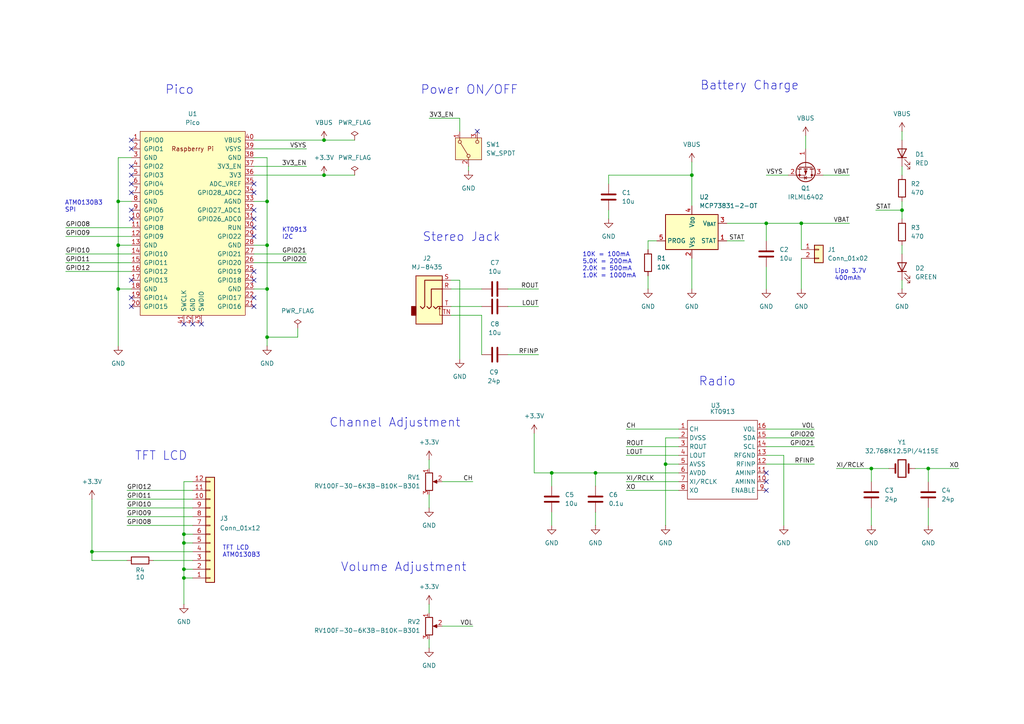
<source format=kicad_sch>
(kicad_sch (version 20231120) (generator "eeschema") (generator_version "8.0")
  (paper "A4")
  (title_block (title "DSP Radio") (date "2024-09-04") (rev "1.0.0") (company "stonedev-app"))
  (lib_symbols
    (symbol "Battery_Management:MCP73831-2-OT"
      (property "Reference" "U" (at -7.62 6.35 0))
      (property "Value" "MCP73831-2-OT" (at 1.27 6.35 0))
      (symbol "MCP73831-2-OT_0_1"
        (rectangle (start -7.62 5.08) (end 7.62 -5.08) (stroke (width 0.254)) (fill (type background)))
      )
      (symbol "MCP73831-2-OT_1_1"
        (pin tri_state line (at 10.16 -2.54 180) (length 2.54) (name "STAT") (number "1"))
        (pin power_in line (at 0 -7.62 90) (length 2.54) (name "V_{SS}") (number "2"))
        (pin power_out line (at 10.16 2.54 180) (length 2.54) (name "V_{BAT}") (number "3"))
        (pin power_in line (at 0 7.62 270) (length 2.54) (name "V_{DD}") (number "4"))
        (pin input line (at -10.16 -2.54 0) (length 2.54) (name "PROG") (number "5"))
      )
    )
    (symbol "Connector_Audio:AudioJack3_SwitchT"
      (property "Reference" "J" (at 0 8.89 0))
      (property "Value" "AudioJack3_SwitchT" (at 0 6.35 0))
      (symbol "AudioJack3_SwitchT_0_1"
        (rectangle (start -5.08 -5.08) (end -6.35 -7.62) (stroke (width 0.254)) (fill (type outline)))
        (polyline (pts (xy 1.778 -5.334) (xy 2.032 -5.842)))
        (polyline (pts (xy 0 -5.08) (xy 0.635 -5.715) (xy 1.27 -5.08) (xy 2.54 -5.08)) (stroke (width 0.254)))
        (polyline (pts (xy 2.54 -7.62) (xy 1.778 -7.62) (xy 1.778 -5.334) (xy 1.524 -5.842)))
        (polyline (pts (xy -1.905 -5.08) (xy -1.27 -5.715) (xy -0.635 -5.08) (xy -0.635 0) (xy 2.54 0)) (stroke (width 0.254)))
        (polyline (pts (xy 2.54 2.54) (xy -2.54 2.54) (xy -2.54 -5.08) (xy -3.175 -5.715) (xy -3.81 -5.08)) (stroke (width 0.254)))
        (rectangle (start 2.54 3.81) (end -5.08 -10.16) (stroke (width 0.254)) (fill (type background)))
      )
      (symbol "AudioJack3_SwitchT_1_1"
        (pin passive line (at 5.08 0 180) (length 2.54) (name "~") (number "R"))
        (pin passive line (at 5.08 2.54 180) (length 2.54) (name "~") (number "S"))
        (pin passive line (at 5.08 -5.08 180) (length 2.54) (name "~") (number "T"))
        (pin passive line (at 5.08 -7.62 180) (length 2.54) (name "~") (number "TN"))
      )
    )
    (symbol "Connector_Generic:Conn_01x02" (pin_names (offset 1.016) hide)
      (property "Reference" "J" (at 0 2.54 0))
      (property "Value" "Conn_01x02" (at 0 -5.08 0))
      (symbol "Conn_01x02_1_1"
        (rectangle (start -1.27 -2.413) (end 0 -2.667) (stroke (width 0.1524)))
        (rectangle (start -1.27 0.127) (end 0 -0.127) (stroke (width 0.1524)))
        (rectangle (start -1.27 1.27) (end 1.27 -3.81) (stroke (width 0.254)) (fill (type background)))
        (pin passive line (at -5.08 0 0) (length 3.81) (name "Pin_1") (number "1"))
        (pin passive line (at -5.08 -2.54 0) (length 3.81) (name "Pin_2") (number "2"))
      )
    )
    (symbol "Connector_Generic:Conn_01x12" (pin_names (offset 1.016) hide)
      (property "Reference" "J" (at 0 15.24 0))
      (property "Value" "Conn_01x12" (at 0 -17.78 0))
      (symbol "Conn_01x12_1_1"
        (rectangle (start -1.27 -15.113) (end 0 -15.367) (stroke (width 0.1524)))
        (rectangle (start -1.27 -12.573) (end 0 -12.827) (stroke (width 0.1524)))
        (rectangle (start -1.27 -10.033) (end 0 -10.287) (stroke (width 0.1524)))
        (rectangle (start -1.27 -7.493) (end 0 -7.747) (stroke (width 0.1524)))
        (rectangle (start -1.27 -4.953) (end 0 -5.207) (stroke (width 0.1524)))
        (rectangle (start -1.27 -2.413) (end 0 -2.667) (stroke (width 0.1524)))
        (rectangle (start -1.27 0.127) (end 0 -0.127) (stroke (width 0.1524)))
        (rectangle (start -1.27 2.667) (end 0 2.413) (stroke (width 0.1524)))
        (rectangle (start -1.27 5.207) (end 0 4.953) (stroke (width 0.1524)))
        (rectangle (start -1.27 7.747) (end 0 7.493) (stroke (width 0.1524)))
        (rectangle (start -1.27 10.287) (end 0 10.033) (stroke (width 0.1524)))
        (rectangle (start -1.27 12.827) (end 0 12.573) (stroke (width 0.1524)))
        (rectangle (start -1.27 13.97) (end 1.27 -16.51) (stroke (width 0.254)) (fill (type background)))
        (pin passive line (at -5.08 12.7 0) (length 3.81) (name "Pin_1") (number "1"))
        (pin passive line (at -5.08 -10.16 0) (length 3.81) (name "Pin_10") (number "10"))
        (pin passive line (at -5.08 -12.7 0) (length 3.81) (name "Pin_11") (number "11"))
        (pin passive line (at -5.08 -15.24 0) (length 3.81) (name "Pin_12") (number "12"))
        (pin passive line (at -5.08 10.16 0) (length 3.81) (name "Pin_2") (number "2"))
        (pin passive line (at -5.08 7.62 0) (length 3.81) (name "Pin_3") (number "3"))
        (pin passive line (at -5.08 5.08 0) (length 3.81) (name "Pin_4") (number "4"))
        (pin passive line (at -5.08 2.54 0) (length 3.81) (name "Pin_5") (number "5"))
        (pin passive line (at -5.08 0 0) (length 3.81) (name "Pin_6") (number "6"))
        (pin passive line (at -5.08 -2.54 0) (length 3.81) (name "Pin_7") (number "7"))
        (pin passive line (at -5.08 -5.08 0) (length 3.81) (name "Pin_8") (number "8"))
        (pin passive line (at -5.08 -7.62 0) (length 3.81) (name "Pin_9") (number "9"))
      )
    )
    (symbol "Device:C" (pin_numbers hide) (pin_names (offset 0.254))
      (property "Reference" "C" (at 0.635 2.54 0))
      (property "Value" "C" (at 0.635 -2.54 0))
      (symbol "C_0_1"
        (polyline (pts (xy -2.032 -0.762) (xy 2.032 -0.762)) (stroke (width 0.508)))
        (polyline (pts (xy -2.032 0.762) (xy 2.032 0.762)) (stroke (width 0.508)))
      )
      (symbol "C_1_1"
        (pin passive line (at 0 3.81 270) (length 2.794) (name "~") (number "1"))
        (pin passive line (at 0 -3.81 90) (length 2.794) (name "~") (number "2"))
      )
    )
    (symbol "Device:Crystal" (pin_numbers hide) (pin_names (offset 1.016) hide)
      (property "Reference" "Y" (at 0 3.81 0))
      (property "Value" "Crystal" (at 0 -3.81 0))
      (symbol "Crystal_0_1"
        (rectangle (start -1.143 2.54) (end 1.143 -2.54) (stroke (width 0.3048)))
        (polyline (pts (xy -2.54 0) (xy -1.905 0)))
        (polyline (pts (xy -1.905 -1.27) (xy -1.905 1.27)) (stroke (width 0.508)))
        (polyline (pts (xy 1.905 -1.27) (xy 1.905 1.27)) (stroke (width 0.508)))
        (polyline (pts (xy 2.54 0) (xy 1.905 0)))
      )
      (symbol "Crystal_1_1"
        (pin passive line (at -3.81 0 0) (length 1.27) (name "1") (number "1"))
        (pin passive line (at 3.81 0 180) (length 1.27) (name "2") (number "2"))
      )
    )
    (symbol "Device:LED" (pin_numbers hide) (pin_names (offset 1.016) hide)
      (property "Reference" "D" (at 0 2.54 0))
      (property "Value" "LED" (at 0 -2.54 0))
      (symbol "LED_0_1"
        (polyline (pts (xy -1.27 -1.27) (xy -1.27 1.27)) (stroke (width 0.254)))
        (polyline (pts (xy -1.27 0) (xy 1.27 0)))
        (polyline (pts (xy 1.27 -1.27) (xy 1.27 1.27) (xy -1.27 0) (xy 1.27 -1.27)) (stroke (width 0.254)))
        (polyline (pts (xy -3.048 -0.762) (xy -4.572 -2.286) (xy -3.81 -2.286) (xy -4.572 -2.286) (xy -4.572 -1.524)))
        (polyline (pts (xy -1.778 -0.762) (xy -3.302 -2.286) (xy -2.54 -2.286) (xy -3.302 -2.286) (xy -3.302 -1.524)))
      )
      (symbol "LED_1_1"
        (pin passive line (at -3.81 0 0) (length 2.54) (name "K") (number "1"))
        (pin passive line (at 3.81 0 180) (length 2.54) (name "A") (number "2"))
      )
    )
    (symbol "Device:R" (pin_numbers hide) (pin_names (offset 0))
      (property "Reference" "R" (at 2.032 0 90))
      (property "Value" "R" (at 0 0 90))
      (symbol "R_0_1"
        (rectangle (start -1.016 -2.54) (end 1.016 2.54) (stroke (width 0.254)))
      )
      (symbol "R_1_1"
        (pin passive line (at 0 3.81 270) (length 1.27) (name "~") (number "1"))
        (pin passive line (at 0 -3.81 90) (length 1.27) (name "~") (number "2"))
      )
    )
    (symbol "Device:R_Potentiometer" (pin_names (offset 1.016) hide)
      (property "Reference" "RV" (at -4.445 0 90))
      (property "Value" "R_Potentiometer" (at -2.54 0 90))
      (symbol "R_Potentiometer_0_1"
        (polyline (pts (xy 2.54 0) (xy 1.524 0)))
        (polyline (pts (xy 1.143 0) (xy 2.286 0.508) (xy 2.286 -0.508) (xy 1.143 0)) (fill (type outline)))
        (rectangle (start 1.016 2.54) (end -1.016 -2.54) (stroke (width 0.254)))
      )
      (symbol "R_Potentiometer_1_1"
        (pin passive line (at 0 3.81 270) (length 1.27) (name "1") (number "1"))
        (pin passive line (at 3.81 0 180) (length 1.27) (name "2") (number "2"))
        (pin passive line (at 0 -3.81 90) (length 1.27) (name "3") (number "3"))
      )
    )
    (symbol "KTMicro:KT0913"
      (property "Reference" "U" (at -2.032 14.478 0))
      (property "Value" "KT0913" (at 0.762 11.938 0))
      (symbol "KT0913_0_1"
        (rectangle (start -10.16 10.16) (end 10.16 -12.7))
      )
      (symbol "KT0913_1_0"
        (pin passive line (at 12.7 -7.62 180) (length 2.54) (name "AMINN") (number "10"))
        (pin passive line (at 12.7 -5.08 180) (length 2.54) (name "AMINP") (number "11"))
        (pin passive line (at 12.7 -2.54 180) (length 2.54) (name "RFINP") (number "12"))
        (pin passive line (at 12.7 0 180) (length 2.54) (name "RFGND") (number "13"))
        (pin passive line (at 12.7 2.54 180) (length 2.54) (name "SCL") (number "14"))
        (pin passive line (at 12.7 5.08 180) (length 2.54) (name "SDA") (number "15"))
        (pin passive line (at 12.7 7.62 180) (length 2.54) (name "VOL") (number "16"))
        (pin passive line (at -12.7 5.08 0) (length 2.54) (name "DVSS") (number "2"))
        (pin passive line (at -12.7 2.54 0) (length 2.54) (name "ROUT") (number "3"))
        (pin passive line (at -12.7 0 0) (length 2.54) (name "LOUT") (number "4"))
        (pin passive line (at -12.7 -2.54 0) (length 2.54) (name "AVSS") (number "5"))
        (pin passive line (at -12.7 -5.08 0) (length 2.54) (name "AVDD") (number "6"))
        (pin passive line (at -12.7 -7.62 0) (length 2.54) (name "XI/RCLK") (number "7"))
        (pin passive line (at -12.7 -10.16 0) (length 2.54) (name "XO") (number "8"))
        (pin passive line (at 12.7 -10.16 180) (length 2.54) (name "ENABLE") (number "9"))
      )
      (symbol "KT0913_1_1"
        (pin passive line (at -12.7 7.62 0) (length 2.54) (name "CH") (number "1"))
      )
    )
    (symbol "RPi_Pico:Pico" (pin_names (offset 1.016))
      (property "Reference" "U" (at -13.97 27.94 0))
      (property "Value" "Pico" (at 0 19.05 0))
      (symbol "Pico_0_0"
        (text "Raspberry Pi" (at 0 21.59 0) (effects (font (size 1.27 1.27))))
      )
      (symbol "Pico_0_1"
        (rectangle (start -15.24 26.67) (end 15.24 -26.67) (fill (type background)))
      )
      (symbol "Pico_1_1"
        (pin bidirectional line (at -17.78 24.13 0) (length 2.54) (name "GPIO0") (number "1"))
        (pin bidirectional line (at -17.78 1.27 0) (length 2.54) (name "GPIO7") (number "10"))
        (pin bidirectional line (at -17.78 -1.27 0) (length 2.54) (name "GPIO8") (number "11"))
        (pin bidirectional line (at -17.78 -3.81 0) (length 2.54) (name "GPIO9") (number "12"))
        (pin power_in line (at -17.78 -6.35 0) (length 2.54) (name "GND") (number "13"))
        (pin bidirectional line (at -17.78 -8.89 0) (length 2.54) (name "GPIO10") (number "14"))
        (pin bidirectional line (at -17.78 -11.43 0) (length 2.54) (name "GPIO11") (number "15"))
        (pin bidirectional line (at -17.78 -13.97 0) (length 2.54) (name "GPIO12") (number "16"))
        (pin bidirectional line (at -17.78 -16.51 0) (length 2.54) (name "GPIO13") (number "17"))
        (pin power_in line (at -17.78 -19.05 0) (length 2.54) (name "GND") (number "18"))
        (pin bidirectional line (at -17.78 -21.59 0) (length 2.54) (name "GPIO14") (number "19"))
        (pin bidirectional line (at -17.78 21.59 0) (length 2.54) (name "GPIO1") (number "2"))
        (pin bidirectional line (at -17.78 -24.13 0) (length 2.54) (name "GPIO15") (number "20"))
        (pin bidirectional line (at 17.78 -24.13 180) (length 2.54) (name "GPIO16") (number "21"))
        (pin bidirectional line (at 17.78 -21.59 180) (length 2.54) (name "GPIO17") (number "22"))
        (pin power_in line (at 17.78 -19.05 180) (length 2.54) (name "GND") (number "23"))
        (pin bidirectional line (at 17.78 -16.51 180) (length 2.54) (name "GPIO18") (number "24"))
        (pin bidirectional line (at 17.78 -13.97 180) (length 2.54) (name "GPIO19") (number "25"))
        (pin bidirectional line (at 17.78 -11.43 180) (length 2.54) (name "GPIO20") (number "26"))
        (pin bidirectional line (at 17.78 -8.89 180) (length 2.54) (name "GPIO21") (number "27"))
        (pin power_in line (at 17.78 -6.35 180) (length 2.54) (name "GND") (number "28"))
        (pin bidirectional line (at 17.78 -3.81 180) (length 2.54) (name "GPIO22") (number "29"))
        (pin power_in line (at -17.78 19.05 0) (length 2.54) (name "GND") (number "3"))
        (pin input line (at 17.78 -1.27 180) (length 2.54) (name "RUN") (number "30"))
        (pin bidirectional line (at 17.78 1.27 180) (length 2.54) (name "GPIO26_ADC0") (number "31"))
        (pin bidirectional line (at 17.78 3.81 180) (length 2.54) (name "GPIO27_ADC1") (number "32"))
        (pin power_in line (at 17.78 6.35 180) (length 2.54) (name "AGND") (number "33"))
        (pin bidirectional line (at 17.78 8.89 180) (length 2.54) (name "GPIO28_ADC2") (number "34"))
        (pin unspecified line (at 17.78 11.43 180) (length 2.54) (name "ADC_VREF") (number "35"))
        (pin unspecified line (at 17.78 13.97 180) (length 2.54) (name "3V3") (number "36"))
        (pin input line (at 17.78 16.51 180) (length 2.54) (name "3V3_EN") (number "37"))
        (pin bidirectional line (at 17.78 19.05 180) (length 2.54) (name "GND") (number "38"))
        (pin unspecified line (at 17.78 21.59 180) (length 2.54) (name "VSYS") (number "39"))
        (pin bidirectional line (at -17.78 16.51 0) (length 2.54) (name "GPIO2") (number "4"))
        (pin unspecified line (at 17.78 24.13 180) (length 2.54) (name "VBUS") (number "40"))
        (pin input line (at -2.54 -29.21 90) (length 2.54) (name "SWCLK") (number "41"))
        (pin power_in line (at 0 -29.21 90) (length 2.54) (name "GND") (number "42"))
        (pin bidirectional line (at 2.54 -29.21 90) (length 2.54) (name "SWDIO") (number "43"))
        (pin bidirectional line (at -17.78 13.97 0) (length 2.54) (name "GPIO3") (number "5"))
        (pin bidirectional line (at -17.78 11.43 0) (length 2.54) (name "GPIO4") (number "6"))
        (pin bidirectional line (at -17.78 8.89 0) (length 2.54) (name "GPIO5") (number "7"))
        (pin power_in line (at -17.78 6.35 0) (length 2.54) (name "GND") (number "8"))
        (pin bidirectional line (at -17.78 3.81 0) (length 2.54) (name "GPIO6") (number "9"))
      )
    )
    (symbol "Switch:SW_SPDT" (pin_names (offset 0) hide)
      (property "Reference" "SW" (at 0 5.08 0))
      (property "Value" "SW_SPDT" (at 0 -5.08 0))
      (symbol "SW_SPDT_0_1"
        (circle (center -2.032 0) (radius 0.4572))
        (polyline (pts (xy -1.651 0.254) (xy 1.651 2.286)))
        (circle (center 2.032 -2.54) (radius 0.4572))
        (circle (center 2.032 2.54) (radius 0.4572))
      )
      (symbol "SW_SPDT_1_1"
        (rectangle (start -3.175 3.81) (end 3.175 -3.81) (fill (type background)))
        (pin passive line (at 5.08 2.54 180) (length 2.54) (name "A") (number "1"))
        (pin passive line (at -5.08 0 0) (length 2.54) (name "B") (number "2"))
        (pin passive line (at 5.08 -2.54 180) (length 2.54) (name "C") (number "3"))
      )
    )
    (symbol "Transistor_FET:IRLML6402" (pin_names hide)
      (property "Reference" "Q" (at 5.08 1.905 0))
      (property "Value" "IRLML6402" (at 5.08 0 0))
      (symbol "IRLML6402_0_1"
        (polyline (pts (xy 0.254 0) (xy -2.54 0)))
        (polyline (pts (xy 0.254 1.905) (xy 0.254 -1.905)) (stroke (width 0.254)))
        (polyline (pts (xy 0.762 -1.27) (xy 0.762 -2.286)) (stroke (width 0.254)))
        (polyline (pts (xy 0.762 0.508) (xy 0.762 -0.508)) (stroke (width 0.254)))
        (polyline (pts (xy 0.762 2.286) (xy 0.762 1.27)) (stroke (width 0.254)))
        (polyline (pts (xy 2.54 2.54) (xy 2.54 1.778)))
        (polyline (pts (xy 2.54 -2.54) (xy 2.54 0) (xy 0.762 0)))
        (polyline (pts (xy 0.762 1.778) (xy 3.302 1.778) (xy 3.302 -1.778) (xy 0.762 -1.778)))
        (polyline (pts (xy 2.286 0) (xy 1.27 0.381) (xy 1.27 -0.381) (xy 2.286 0)) (fill (type outline)))
        (polyline (pts (xy 2.794 -0.508) (xy 2.921 -0.381) (xy 3.683 -0.381) (xy 3.81 -0.254)))
        (polyline (pts (xy 3.302 -0.381) (xy 2.921 0.254) (xy 3.683 0.254) (xy 3.302 -0.381)))
        (circle (center 1.651 0) (radius 2.794) (stroke (width 0.254)))
        (circle (center 2.54 -1.778) (radius 0.254) (fill (type outline)))
        (circle (center 2.54 1.778) (radius 0.254) (fill (type outline)))
      )
      (symbol "IRLML6402_1_1"
        (pin input line (at -5.08 0 0) (length 2.54) (name "G") (number "1"))
        (pin passive line (at 2.54 -5.08 90) (length 2.54) (name "S") (number "2"))
        (pin passive line (at 2.54 5.08 270) (length 2.54) (name "D") (number "3"))
      )
    )
    (symbol "power:+3.3V" (power) (pin_numbers hide) (pin_names (offset 0) hide)
      (property "Value" "+3.3V" (at 0 3.556 0))
      (symbol "+3.3V_0_1"
        (polyline (pts (xy -0.762 1.27) (xy 0 2.54)))
        (polyline (pts (xy 0 0) (xy 0 2.54)))
        (polyline (pts (xy 0 2.54) (xy 0.762 1.27)))
      )
      (symbol "+3.3V_1_1"
        (pin power_in line (at 0 0 90) (length 0) (name "~") (number "1"))
      )
    )
    (symbol "power:GND" (power) (pin_numbers hide) (pin_names (offset 0) hide)
      (property "Value" "GND" (at 0 -3.81 0))
      (symbol "GND_0_1"
        (polyline (pts (xy 0 0) (xy 0 -1.27) (xy 1.27 -1.27) (xy 0 -2.54) (xy -1.27 -1.27) (xy 0 -1.27)))
      )
      (symbol "GND_1_1"
        (pin power_in line (at 0 0 270) (length 0) (name "~") (number "1"))
      )
    )
    (symbol "power:PWR_FLAG" (power) (pin_numbers hide) (pin_names (offset 0) hide)
      (property "Value" "PWR_FLAG" (at 0 3.81 0))
      (symbol "PWR_FLAG_0_0"
        (pin power_out line (at 0 0 90) (length 0) (name "~") (number "1"))
      )
      (symbol "PWR_FLAG_0_1"
        (polyline (pts (xy 0 0) (xy 0 1.27) (xy -1.016 1.905) (xy 0 2.54) (xy 1.016 1.905) (xy 0 1.27)))
      )
    )
    (symbol "power:VBUS" (power) (pin_numbers hide) (pin_names (offset 0) hide)
      (property "Value" "VBUS" (at 0 3.556 0))
      (symbol "VBUS_0_1"
        (polyline (pts (xy -0.762 1.27) (xy 0 2.54)))
        (polyline (pts (xy 0 0) (xy 0 2.54)))
        (polyline (pts (xy 0 2.54) (xy 0.762 1.27)))
      )
      (symbol "VBUS_1_1"
        (pin power_in line (at 0 0 90) (length 0) (name "~") (number "1"))
      )
    )
  )
  (junction (at 34.29 58.42))
  (junction (at 222.25 64.77))
  (junction (at 34.29 83.82))
  (junction (at 93.98 50.8))
  (junction (at 193.04 134.62))
  (junction (at 53.34 167.64))
  (junction (at 34.29 71.12))
  (junction (at 93.98 40.64))
  (junction (at 252.73 135.89))
  (junction (at 160.02 137.16))
  (junction (at 53.34 154.94))
  (junction (at 77.47 71.12))
  (junction (at 26.67 160.02))
  (junction (at 77.47 97.79))
  (junction (at 269.24 135.89))
  (junction (at 77.47 83.82))
  (junction (at 53.34 165.1))
  (junction (at 200.66 50.8))
  (junction (at 172.72 137.16))
  (junction (at 261.62 60.96))
  (junction (at 77.47 58.42))
  (junction (at 53.34 157.48))
  (junction (at 232.41 64.77))
  (no_connect (at 73.66 88.9))
  (no_connect (at 73.66 60.96))
  (no_connect (at 38.1 48.26))
  (no_connect (at 73.66 66.04))
  (no_connect (at 38.1 40.64))
  (no_connect (at 38.1 53.34))
  (no_connect (at 38.1 88.9))
  (no_connect (at 73.66 63.5))
  (no_connect (at 222.25 142.24))
  (no_connect (at 73.66 53.34))
  (no_connect (at 138.43 38.1))
  (no_connect (at 38.1 50.8))
  (no_connect (at 73.66 78.74))
  (no_connect (at 55.88 93.98))
  (no_connect (at 53.34 93.98))
  (no_connect (at 38.1 63.5))
  (no_connect (at 222.25 137.16))
  (no_connect (at 38.1 60.96))
  (no_connect (at 38.1 55.88))
  (no_connect (at 222.25 139.7))
  (no_connect (at 73.66 68.58))
  (no_connect (at 38.1 86.36))
  (no_connect (at 58.42 93.98))
  (no_connect (at 73.66 81.28))
  (no_connect (at 73.66 55.88))
  (no_connect (at 38.1 81.28))
  (no_connect (at 73.66 86.36))
  (no_connect (at 38.1 43.18))
  (wire (pts (xy 160.02 148.59) (xy 160.02 152.4)))
  (wire (pts (xy 53.34 154.94) (xy 53.34 157.48)))
  (wire (pts (xy 130.81 81.28) (xy 133.35 81.28)))
  (wire (pts (xy 222.25 50.8) (xy 228.6 50.8)))
  (wire (pts (xy 147.32 83.82) (xy 156.21 83.82)))
  (wire (pts (xy 193.04 134.62) (xy 193.04 152.4)))
  (wire (pts (xy 139.7 91.44) (xy 139.7 102.87)))
  (wire (pts (xy 73.66 71.12) (xy 77.47 71.12)))
  (wire (pts (xy 222.25 132.08) (xy 227.33 132.08)))
  (wire (pts (xy 187.96 80.01) (xy 187.96 83.82)))
  (wire (pts (xy 86.36 95.25) (xy 86.36 97.79)))
  (wire (pts (xy 86.36 97.79) (xy 77.47 97.79)))
  (wire (pts (xy 124.46 34.29) (xy 133.35 34.29)))
  (wire (pts (xy 227.33 132.08) (xy 227.33 152.4)))
  (wire (pts (xy 252.73 135.89) (xy 252.73 139.7)))
  (wire (pts (xy 187.96 69.85) (xy 187.96 72.39)))
  (wire (pts (xy 261.62 38.1) (xy 261.62 40.64)))
  (wire (pts (xy 130.81 83.82) (xy 139.7 83.82)))
  (wire (pts (xy 77.47 83.82) (xy 77.47 97.79)))
  (wire (pts (xy 128.27 181.61) (xy 137.16 181.61)))
  (wire (pts (xy 193.04 134.62) (xy 196.85 134.62)))
  (wire (pts (xy 222.25 77.47) (xy 222.25 83.82)))
  (wire (pts (xy 222.25 129.54) (xy 236.22 129.54)))
  (wire (pts (xy 53.34 167.64) (xy 53.34 175.26)))
  (wire (pts (xy 233.68 39.37) (xy 233.68 43.18)))
  (wire (pts (xy 147.32 88.9) (xy 156.21 88.9)))
  (wire (pts (xy 269.24 147.32) (xy 269.24 152.4)))
  (wire (pts (xy 200.66 50.8) (xy 200.66 59.69)))
  (wire (pts (xy 19.05 73.66) (xy 38.1 73.66)))
  (wire (pts (xy 181.61 142.24) (xy 196.85 142.24)))
  (wire (pts (xy 55.88 139.7) (xy 53.34 139.7)))
  (wire (pts (xy 36.83 162.56) (xy 26.67 162.56)))
  (wire (pts (xy 73.66 48.26) (xy 88.9 48.26)))
  (wire (pts (xy 222.25 64.77) (xy 222.25 69.85)))
  (wire (pts (xy 133.35 34.29) (xy 133.35 38.1)))
  (wire (pts (xy 77.47 45.72) (xy 77.47 58.42)))
  (wire (pts (xy 200.66 74.93) (xy 200.66 83.82)))
  (wire (pts (xy 55.88 160.02) (xy 26.67 160.02)))
  (wire (pts (xy 124.46 133.35) (xy 124.46 135.89)))
  (wire (pts (xy 252.73 135.89) (xy 257.81 135.89)))
  (wire (pts (xy 55.88 157.48) (xy 53.34 157.48)))
  (wire (pts (xy 147.32 102.87) (xy 156.21 102.87)))
  (wire (pts (xy 269.24 135.89) (xy 278.13 135.89)))
  (wire (pts (xy 124.46 175.26) (xy 124.46 177.8)))
  (wire (pts (xy 261.62 60.96) (xy 261.62 63.5)))
  (wire (pts (xy 200.66 46.99) (xy 200.66 50.8)))
  (wire (pts (xy 73.66 43.18) (xy 88.9 43.18)))
  (wire (pts (xy 160.02 137.16) (xy 154.94 137.16)))
  (wire (pts (xy 44.45 162.56) (xy 55.88 162.56)))
  (wire (pts (xy 176.53 50.8) (xy 200.66 50.8)))
  (wire (pts (xy 77.47 58.42) (xy 77.47 71.12)))
  (wire (pts (xy 124.46 143.51) (xy 124.46 147.32)))
  (wire (pts (xy 34.29 71.12) (xy 34.29 83.82)))
  (wire (pts (xy 154.94 137.16) (xy 154.94 125.73)))
  (wire (pts (xy 36.83 152.4) (xy 55.88 152.4)))
  (wire (pts (xy 160.02 137.16) (xy 160.02 140.97)))
  (wire (pts (xy 196.85 127) (xy 193.04 127)))
  (wire (pts (xy 73.66 83.82) (xy 77.47 83.82)))
  (wire (pts (xy 261.62 58.42) (xy 261.62 60.96)))
  (wire (pts (xy 26.67 160.02) (xy 26.67 144.78)))
  (wire (pts (xy 265.43 135.89) (xy 269.24 135.89)))
  (wire (pts (xy 36.83 149.86) (xy 55.88 149.86)))
  (wire (pts (xy 38.1 71.12) (xy 34.29 71.12)))
  (wire (pts (xy 34.29 83.82) (xy 34.29 100.33)))
  (wire (pts (xy 130.81 91.44) (xy 139.7 91.44)))
  (wire (pts (xy 172.72 137.16) (xy 160.02 137.16)))
  (wire (pts (xy 19.05 76.2) (xy 38.1 76.2)))
  (wire (pts (xy 19.05 68.58) (xy 38.1 68.58)))
  (wire (pts (xy 53.34 165.1) (xy 55.88 165.1)))
  (wire (pts (xy 232.41 64.77) (xy 246.38 64.77)))
  (wire (pts (xy 36.83 144.78) (xy 55.88 144.78)))
  (wire (pts (xy 34.29 45.72) (xy 34.29 58.42)))
  (wire (pts (xy 38.1 83.82) (xy 34.29 83.82)))
  (wire (pts (xy 222.25 127) (xy 236.22 127)))
  (wire (pts (xy 55.88 154.94) (xy 53.34 154.94)))
  (wire (pts (xy 73.66 73.66) (xy 88.9 73.66)))
  (wire (pts (xy 222.25 64.77) (xy 232.41 64.77)))
  (wire (pts (xy 190.5 69.85) (xy 187.96 69.85)))
  (wire (pts (xy 55.88 167.64) (xy 53.34 167.64)))
  (wire (pts (xy 176.53 53.34) (xy 176.53 50.8)))
  (wire (pts (xy 38.1 58.42) (xy 34.29 58.42)))
  (wire (pts (xy 172.72 137.16) (xy 172.72 140.97)))
  (wire (pts (xy 269.24 135.89) (xy 269.24 139.7)))
  (wire (pts (xy 73.66 45.72) (xy 77.47 45.72)))
  (wire (pts (xy 196.85 137.16) (xy 172.72 137.16)))
  (wire (pts (xy 73.66 76.2) (xy 88.9 76.2)))
  (wire (pts (xy 93.98 40.64) (xy 102.87 40.64)))
  (wire (pts (xy 26.67 162.56) (xy 26.67 160.02)))
  (wire (pts (xy 124.46 185.42) (xy 124.46 187.96)))
  (wire (pts (xy 77.47 71.12) (xy 77.47 83.82)))
  (wire (pts (xy 93.98 50.8) (xy 102.87 50.8)))
  (wire (pts (xy 34.29 58.42) (xy 34.29 71.12)))
  (wire (pts (xy 77.47 97.79) (xy 77.47 100.33)))
  (wire (pts (xy 73.66 40.64) (xy 93.98 40.64)))
  (wire (pts (xy 193.04 127) (xy 193.04 134.62)))
  (wire (pts (xy 176.53 60.96) (xy 176.53 63.5)))
  (wire (pts (xy 19.05 78.74) (xy 38.1 78.74)))
  (wire (pts (xy 135.89 48.26) (xy 135.89 49.53)))
  (wire (pts (xy 38.1 45.72) (xy 34.29 45.72)))
  (wire (pts (xy 261.62 48.26) (xy 261.62 50.8)))
  (wire (pts (xy 53.34 139.7) (xy 53.34 154.94)))
  (wire (pts (xy 133.35 81.28) (xy 133.35 104.14)))
  (wire (pts (xy 181.61 124.46) (xy 196.85 124.46)))
  (wire (pts (xy 181.61 129.54) (xy 196.85 129.54)))
  (wire (pts (xy 232.41 74.93) (xy 232.41 83.82)))
  (wire (pts (xy 181.61 132.08) (xy 196.85 132.08)))
  (wire (pts (xy 128.27 139.7) (xy 137.16 139.7)))
  (wire (pts (xy 172.72 148.59) (xy 172.72 152.4)))
  (wire (pts (xy 261.62 81.28) (xy 261.62 83.82)))
  (wire (pts (xy 222.25 134.62) (xy 236.22 134.62)))
  (wire (pts (xy 261.62 71.12) (xy 261.62 73.66)))
  (wire (pts (xy 210.82 64.77) (xy 222.25 64.77)))
  (wire (pts (xy 254 60.96) (xy 261.62 60.96)))
  (wire (pts (xy 130.81 88.9) (xy 139.7 88.9)))
  (wire (pts (xy 19.05 66.04) (xy 38.1 66.04)))
  (wire (pts (xy 210.82 69.85) (xy 215.9 69.85)))
  (wire (pts (xy 238.76 50.8) (xy 246.38 50.8)))
  (wire (pts (xy 53.34 157.48) (xy 53.34 165.1)))
  (wire (pts (xy 73.66 50.8) (xy 93.98 50.8)))
  (wire (pts (xy 252.73 147.32) (xy 252.73 152.4)))
  (wire (pts (xy 242.57 135.89) (xy 252.73 135.89)))
  (wire (pts (xy 53.34 165.1) (xy 53.34 167.64)))
  (wire (pts (xy 222.25 124.46) (xy 236.22 124.46)))
  (wire (pts (xy 36.83 147.32) (xy 55.88 147.32)))
  (wire (pts (xy 36.83 142.24) (xy 55.88 142.24)))
  (wire (pts (xy 181.61 139.7) (xy 196.85 139.7)))
  (wire (pts (xy 232.41 64.77) (xy 232.41 72.39)))
  (wire (pts (xy 73.66 58.42) (xy 77.47 58.42)))
  (text "Volume Adjustment" (at 117.094 164.592 0) (effects (font (size 2.54 2.54))))
  (text "Battery Charge" (at 217.424 24.892 0) (effects (font (size 2.54 2.54))))
  (text "Stereo Jack" (at 133.858 68.834 0) (effects (font (size 2.54 2.54))))
  (text "Pico" (at 52.07 26.162 0) (effects (font (size 2.54 2.54))))
  (text "Radio" (at 208.026 110.744 0) (effects (font (size 2.54 2.54))))
  (text "10K = 100mA\n5.0K = 200mA\n2.0K = 500mA\n1.0K = 1000mA" (at 168.91 76.962 0) (effects (font (size 1.27 1.27)) (justify left)))
  (text "Power ON/OFF" (at 136.144 26.162 0) (effects (font (size 2.54 2.54))))
  (text "Lipo 3.7V\n400mAh" (at 242.062 79.756 0) (effects (font (size 1.27 1.27)) (justify left)))
  (text "TFT LCD\nATM0130B3" (at 64.516 160.02 0) (effects (font (size 1.27 1.27)) (justify left)))
  (text "Channel Adjustment" (at 114.554 122.682 0) (effects (font (size 2.54 2.54))))
  (text "TFT LCD" (at 46.736 132.334 0) (effects (font (size 2.54 2.54))))
  (text "ATM0130B3\nSPI" (at 18.796 59.944 0) (effects (font (size 1.27 1.27)) (justify left)))
  (text "KT0913\nI2C" (at 81.788 67.818 0) (effects (font (size 1.27 1.27)) (justify left)))
  (label "GPIO10" (at 36.83 147.32 0))
  (label "GPIO21" (at 88.9 73.66 180))
  (label "RFINP" (at 156.21 102.87 180))
  (label "VBAT" (at 246.38 64.77 180))
  (label "GPIO08" (at 36.83 152.4 0))
  (label "CH" (at 181.61 124.46 0))
  (label "RFINP" (at 236.22 134.62 180))
  (label "LOUT" (at 156.21 88.9 180))
  (label "XI{slash}RCLK" (at 242.57 135.89 0))
  (label "GPIO08" (at 19.05 66.04 0))
  (label "CH" (at 137.16 139.7 180))
  (label "GPIO20" (at 88.9 76.2 180))
  (label "GPIO11" (at 36.83 144.78 0))
  (label "ROUT" (at 156.21 83.82 180))
  (label "VSYS" (at 222.25 50.8 0))
  (label "VOL" (at 137.16 181.61 180))
  (label "GPIO09" (at 36.83 149.86 0))
  (label "STAT" (at 254 60.96 0))
  (label "XO" (at 278.13 135.89 180))
  (label "GPIO12" (at 19.05 78.74 0))
  (label "GPIO09" (at 19.05 68.58 0))
  (label "VOL" (at 236.22 124.46 180))
  (label "VBAT" (at 246.38 50.8 180))
  (label "VSYS" (at 88.9 43.18 180))
  (label "GPIO11" (at 19.05 76.2 0))
  (label "XO" (at 181.61 142.24 0))
  (label "STAT" (at 215.9 69.85 180))
  (label "LOUT" (at 181.61 132.08 0))
  (label "GPIO20" (at 236.22 127 180))
  (label "3V3_EN" (at 88.9 48.26 180))
  (label "GPIO12" (at 36.83 142.24 0))
  (label "GPIO21" (at 236.22 129.54 180))
  (label "GPIO10" (at 19.05 73.66 0))
  (label "ROUT" (at 181.61 129.54 0))
  (label "XI{slash}RCLK" (at 181.61 139.7 0))
  (label "3V3_EN" (at 124.46 34.29 0))
  (symbol (lib_id "power:VBUS") (at 200.66 46.99 0) (unit 1)
    (property "Reference" "#PWR09" (effects (hide yes)))
    (property "Value" "VBUS" (at 200.66 41.91 0))
    (property "Description" "Power symbol creates a global label with name \"VBUS\"" (effects (hide yes)))
  )
  (symbol (lib_id "power:+3.3V") (at 124.46 133.35 0) (unit 1)
    (property "Reference" "#PWR026" (effects (hide yes)))
    (property "Value" "+3.3V" (at 124.46 128.27 0))
    (property "Description" "Power symbol creates a global label with name \"+3.3V\"" (effects (hide yes)))
  )
  (symbol (lib_id "Device:C") (at 143.51 83.82 90) (unit 1)
    (property "Reference" "C7" (at 143.51 76.2 90))
    (property "Value" "10u" (at 143.51 78.74 90))
    (property "Description" "Unpolarized capacitor" (effects (hide yes)))
  )
  (symbol (lib_id "KTMicro:KT0913") (at 209.55 132.08 0) (unit 1)
    (property "Reference" "U3" (at 207.518 117.602 0))
    (property "Value" "KT0913" (at 209.55 119.38 0))
    (property "Footprint" "Package_SO:SSOP-16_3.9x4.9mm_P0.635mm" (effects (hide yes)))
  )
  (symbol (lib_id "power:GND") (at 261.62 83.82 0) (unit 1)
    (property "Reference" "#PWR015" (effects (hide yes)))
    (property "Value" "GND" (at 261.62 88.9 0))
    (property "Description" "Power symbol creates a global label with name \"GND\" , ground" (effects (hide yes)))
  )
  (symbol (lib_id "Device:C") (at 172.72 144.78 0) (unit 1)
    (property "Reference" "C6" (at 176.53 143.5099 0) (effects (justify left)))
    (property "Value" "0.1u" (at 176.53 146.0499 0) (effects (justify left)))
    (property "Description" "Unpolarized capacitor" (effects (hide yes)))
  )
  (symbol (lib_id "Device:LED") (at 261.62 77.47 90) (unit 1)
    (property "Reference" "D2" (at 265.43 77.7874 90) (effects (justify right)))
    (property "Value" "GREEN" (at 265.43 80.3274 90) (effects (justify right)))
    (property "Description" "Light emitting diode" (effects (hide yes)))
  )
  (symbol (lib_id "Battery_Management:MCP73831-2-OT") (at 200.66 67.31 0) (unit 1)
    (property "Reference" "U2" (at 202.8541 57.15 0) (effects (justify left)))
    (property "Value" "MCP73831-2-OT" (at 202.8541 59.69 0) (effects (justify left)))
    (property "Footprint" "Package_TO_SOT_SMD:SOT-23-5" (effects (hide yes)))
    (property "Datasheet" "http://ww1.microchip.com/downloads/en/DeviceDoc/20001984g.pdf" (effects (hide yes)))
    (property "Description" "Single cell, Li-Ion/Li-Po charge management controller, 4.20V, Tri-State Status Output, in SOT23-5 package" (effects (hide yes)))
  )
  (symbol (lib_id "Device:C") (at 176.53 57.15 0) (unit 1)
    (property "Reference" "C1" (at 180.34 55.8799 0) (effects (justify left)))
    (property "Value" "10u" (at 180.34 58.4199 0) (effects (justify left)))
    (property "Description" "Unpolarized capacitor" (effects (hide yes)))
  )
  (symbol (lib_id "Device:C") (at 143.51 102.87 90) (unit 1)
    (property "Reference" "C9" (at 143.256 107.95 90))
    (property "Value" "24p" (at 143.256 110.49 90))
    (property "Description" "Unpolarized capacitor" (effects (hide yes)))
  )
  (symbol (lib_id "Connector_Generic:Conn_01x02") (at 237.49 72.39 0) (unit 1)
    (property "Reference" "J1" (at 240.03 72.3899 0) (effects (justify left)))
    (property "Value" "Conn_01x02" (at 240.03 74.9299 0) (effects (justify left)))
    (property "Description" "Generic connector, single row, 01x02, script generated (kicad-library-utils/schlib/autogen/connector/)" (effects (hide yes)))
  )
  (symbol (lib_id "power:PWR_FLAG") (at 102.87 40.64 0) (unit 1)
    (property "Reference" "#FLG02" (effects (hide yes)))
    (property "Value" "PWR_FLAG" (at 102.87 35.56 0))
    (property "Description" "Special symbol for telling ERC where power comes from" (effects (hide yes)))
  )
  (symbol (lib_id "power:GND") (at 34.29 100.33 0) (unit 1)
    (property "Reference" "#PWR01" (effects (hide yes)))
    (property "Value" "GND" (at 34.29 105.41 0))
    (property "Description" "Power symbol creates a global label with name \"GND\" , ground" (effects (hide yes)))
  )
  (symbol (lib_id "Connector_Audio:AudioJack3_SwitchT") (at 125.73 83.82 0) (unit 1)
    (property "Reference" "J2" (at 123.825 74.93 0))
    (property "Value" "MJ-8435" (at 123.825 77.47 0))
    (property "Description" "Audio Jack, 3 Poles (Stereo / TRS), Switched T Pole (Normalling)" (effects (hide yes)))
  )
  (symbol (lib_id "Device:C") (at 222.25 73.66 0) (unit 1)
    (property "Reference" "C2" (at 226.06 72.3899 0) (effects (justify left)))
    (property "Value" "10u" (at 226.06 74.9299 0) (effects (justify left)))
    (property "Description" "Unpolarized capacitor" (effects (hide yes)))
  )
  (symbol (lib_id "Device:R_Potentiometer") (at 124.46 181.61 0) (unit 1)
    (property "Reference" "RV2" (at 121.92 180.3399 0) (effects (justify right)))
    (property "Value" "RV100F-30-6K3B-B10K-B301" (at 121.92 182.8799 0) (effects (justify right)))
    (property "Description" "Potentiometer" (effects (hide yes)))
  )
  (symbol (lib_id "power:GND") (at 77.47 100.33 0) (unit 1)
    (property "Reference" "#PWR03" (effects (hide yes)))
    (property "Value" "GND" (at 77.47 105.41 0))
    (property "Description" "Power symbol creates a global label with name \"GND\" , ground" (effects (hide yes)))
  )
  (symbol (lib_id "power:+3.3V") (at 154.94 125.73 0) (unit 1)
    (property "Reference" "#PWR017" (effects (hide yes)))
    (property "Value" "+3.3V" (at 154.94 120.65 0))
    (property "Description" "Power symbol creates a global label with name \"+3.3V\"" (effects (hide yes)))
  )
  (symbol (lib_id "power:GND") (at 124.46 187.96 0) (unit 1)
    (property "Reference" "#PWR028" (effects (hide yes)))
    (property "Value" "GND" (at 124.46 193.04 0))
    (property "Description" "Power symbol creates a global label with name \"GND\" , ground" (effects (hide yes)))
  )
  (symbol (lib_id "power:GND") (at 193.04 152.4 0) (unit 1)
    (property "Reference" "#PWR016" (effects (hide yes)))
    (property "Value" "GND" (at 193.04 157.48 0))
    (property "Description" "Power symbol creates a global label with name \"GND\" , ground" (effects (hide yes)))
  )
  (symbol (lib_id "Device:C") (at 160.02 144.78 0) (unit 1)
    (property "Reference" "C5" (at 163.83 143.5099 0) (effects (justify left)))
    (property "Value" "10u" (at 163.83 146.0499 0) (effects (justify left)))
    (property "Description" "Unpolarized capacitor" (effects (hide yes)))
  )
  (symbol (lib_id "power:VBUS") (at 233.68 39.37 0) (unit 1)
    (property "Reference" "#PWR013" (effects (hide yes)))
    (property "Value" "VBUS" (at 233.68 34.29 0))
    (property "Description" "Power symbol creates a global label with name \"VBUS\"" (effects (hide yes)))
  )
  (symbol (lib_id "Device:C") (at 269.24 143.51 0) (unit 1)
    (property "Reference" "C4" (at 273.05 142.2399 0) (effects (justify left)))
    (property "Value" "24p" (at 273.05 144.7799 0) (effects (justify left)))
    (property "Description" "Unpolarized capacitor" (effects (hide yes)))
  )
  (symbol (lib_id "power:GND") (at 269.24 152.4 0) (unit 1)
    (property "Reference" "#PWR020" (effects (hide yes)))
    (property "Value" "GND" (at 269.24 157.48 0))
    (property "Description" "Power symbol creates a global label with name \"GND\" , ground" (effects (hide yes)))
  )
  (symbol (lib_id "Transistor_FET:IRLML6402") (at 233.68 48.26 270) (unit 1)
    (property "Reference" "Q1" (at 233.68 54.61 90))
    (property "Value" "IRLML6402" (at 233.68 57.15 90))
    (property "Footprint" "Package_TO_SOT_SMD:SOT-23" (effects (hide yes)))
    (property "Datasheet" "https://www.infineon.com/dgdl/irlml6402pbf.pdf?fileId=5546d462533600a401535668d5c2263c" (effects (hide yes)))
    (property "Description" "-3.7A Id, -20V Vds, 65mOhm Rds, P-Channel HEXFET Power MOSFET, SOT-23" (effects (hide yes)))
  )
  (symbol (lib_id "power:GND") (at 227.33 152.4 0) (unit 1)
    (property "Reference" "#PWR018" (effects (hide yes)))
    (property "Value" "GND" (at 227.33 157.48 0))
    (property "Description" "Power symbol creates a global label with name \"GND\" , ground" (effects (hide yes)))
  )
  (symbol (lib_id "power:GND") (at 133.35 104.14 0) (unit 1)
    (property "Reference" "#PWR023" (effects (hide yes)))
    (property "Value" "GND" (at 133.35 109.22 0))
    (property "Description" "Power symbol creates a global label with name \"GND\" , ground" (effects (hide yes)))
  )
  (symbol (lib_id "power:VBUS") (at 261.62 38.1 0) (unit 1)
    (property "Reference" "#PWR014" (effects (hide yes)))
    (property "Value" "VBUS" (at 261.62 33.02 0))
    (property "Description" "Power symbol creates a global label with name \"VBUS\"" (effects (hide yes)))
  )
  (symbol (lib_id "power:GND") (at 187.96 83.82 0) (unit 1)
    (property "Reference" "#PWR08" (effects (hide yes)))
    (property "Value" "GND" (at 187.96 88.9 0))
    (property "Description" "Power symbol creates a global label with name \"GND\" , ground" (effects (hide yes)))
  )
  (symbol (lib_id "Device:Crystal") (at 261.62 135.89 0) (unit 1)
    (property "Reference" "Y1" (at 261.62 128.27 0))
    (property "Value" "32.768K12.5PI/4115E" (at 261.62 130.81 0))
    (property "Description" "Two pin crystal" (effects (hide yes)))
  )
  (symbol (lib_id "power:GND") (at 53.34 175.26 0) (unit 1)
    (property "Reference" "#PWR024" (effects (hide yes)))
    (property "Value" "GND" (at 53.34 180.34 0))
    (property "Description" "Power symbol creates a global label with name \"GND\" , ground" (effects (hide yes)))
  )
  (symbol (lib_id "Device:C") (at 252.73 143.51 0) (unit 1)
    (property "Reference" "C3" (at 256.54 142.2399 0) (effects (justify left)))
    (property "Value" "24p" (at 256.54 144.7799 0) (effects (justify left)))
    (property "Description" "Unpolarized capacitor" (effects (hide yes)))
  )
  (symbol (lib_id "Device:R") (at 40.64 162.56 90) (unit 1)
    (property "Reference" "R4" (at 40.64 165.354 90))
    (property "Value" "10" (at 40.64 167.386 90))
    (property "Description" "Resistor" (effects (hide yes)))
  )
  (symbol (lib_id "power:GND") (at 124.46 147.32 0) (unit 1)
    (property "Reference" "#PWR02" (effects (hide yes)))
    (property "Value" "GND" (at 124.46 152.4 0))
    (property "Description" "Power symbol creates a global label with name \"GND\" , ground" (effects (hide yes)))
  )
  (symbol (lib_id "Device:R") (at 261.62 54.61 0) (unit 1)
    (property "Reference" "R2" (at 264.16 53.3399 0) (effects (justify left)))
    (property "Value" "470" (at 264.16 55.8799 0) (effects (justify left)))
    (property "Description" "Resistor" (effects (hide yes)))
  )
  (symbol (lib_id "power:+3.3V") (at 26.67 144.78 0) (unit 1)
    (property "Reference" "#PWR025" (effects (hide yes)))
    (property "Value" "+3.3V" (at 26.67 139.7 0))
    (property "Description" "Power symbol creates a global label with name \"+3.3V\"" (effects (hide yes)))
  )
  (symbol (lib_id "power:VBUS") (at 93.98 40.64 0) (unit 1)
    (property "Reference" "#PWR04" (effects (hide yes)))
    (property "Value" "VBUS" (at 93.98 35.56 0))
    (property "Description" "Power symbol creates a global label with name \"VBUS\"" (effects (hide yes)))
  )
  (symbol (lib_id "power:GND") (at 232.41 83.82 0) (unit 1)
    (property "Reference" "#PWR012" (effects (hide yes)))
    (property "Value" "GND" (at 232.41 88.9 0))
    (property "Description" "Power symbol creates a global label with name \"GND\" , ground" (effects (hide yes)))
  )
  (symbol (lib_id "power:GND") (at 172.72 152.4 0) (unit 1)
    (property "Reference" "#PWR022" (effects (hide yes)))
    (property "Value" "GND" (at 172.72 157.48 0))
    (property "Description" "Power symbol creates a global label with name \"GND\" , ground" (effects (hide yes)))
  )
  (symbol (lib_id "Device:R") (at 187.96 76.2 0) (unit 1)
    (property "Reference" "R1" (at 190.5 74.9299 0) (effects (justify left)))
    (property "Value" "10K" (at 190.5 77.4699 0) (effects (justify left)))
    (property "Description" "Resistor" (effects (hide yes)))
  )
  (symbol (lib_id "Device:R") (at 261.62 67.31 0) (unit 1)
    (property "Reference" "R3" (at 264.16 66.0399 0) (effects (justify left)))
    (property "Value" "470" (at 264.16 68.5799 0) (effects (justify left)))
    (property "Description" "Resistor" (effects (hide yes)))
  )
  (symbol (lib_id "power:GND") (at 176.53 63.5 0) (unit 1)
    (property "Reference" "#PWR07" (effects (hide yes)))
    (property "Value" "GND" (at 176.53 68.58 0))
    (property "Description" "Power symbol creates a global label with name \"GND\" , ground" (effects (hide yes)))
  )
  (symbol (lib_id "power:GND") (at 135.89 49.53 0) (unit 1)
    (property "Reference" "#PWR06" (effects (hide yes)))
    (property "Value" "GND" (at 135.89 54.61 0))
    (property "Description" "Power symbol creates a global label with name \"GND\" , ground" (effects (hide yes)))
  )
  (symbol (lib_id "RPi_Pico:Pico") (at 55.88 64.77 0) (unit 1)
    (property "Reference" "U1" (at 55.88 33.02 0))
    (property "Value" "Pico" (at 55.88 35.56 0))
    (property "Footprint" "RPi_Pico:RPi_Pico_SMD_TH" (effects (hide yes)))
  )
  (symbol (lib_id "Device:C") (at 143.51 88.9 270) (unit 1)
    (property "Reference" "C8" (at 143.51 93.98 90))
    (property "Value" "10u" (at 143.51 96.52 90))
    (property "Description" "Unpolarized capacitor" (effects (hide yes)))
  )
  (symbol (lib_id "power:+3.3V") (at 124.46 175.26 0) (unit 1)
    (property "Reference" "#PWR027" (effects (hide yes)))
    (property "Value" "+3.3V" (at 124.46 170.18 0))
    (property "Description" "Power symbol creates a global label with name \"+3.3V\"" (effects (hide yes)))
  )
  (symbol (lib_id "power:GND") (at 252.73 152.4 0) (unit 1)
    (property "Reference" "#PWR019" (effects (hide yes)))
    (property "Value" "GND" (at 252.73 157.48 0))
    (property "Description" "Power symbol creates a global label with name \"GND\" , ground" (effects (hide yes)))
  )
  (symbol (lib_id "power:GND") (at 160.02 152.4 0) (unit 1)
    (property "Reference" "#PWR021" (effects (hide yes)))
    (property "Value" "GND" (at 160.02 157.48 0))
    (property "Description" "Power symbol creates a global label with name \"GND\" , ground" (effects (hide yes)))
  )
  (symbol (lib_id "power:GND") (at 222.25 83.82 0) (unit 1)
    (property "Reference" "#PWR011" (effects (hide yes)))
    (property "Value" "GND" (at 222.25 88.9 0))
    (property "Description" "Power symbol creates a global label with name \"GND\" , ground" (effects (hide yes)))
  )
  (symbol (lib_id "power:PWR_FLAG") (at 86.36 95.25 0) (unit 1)
    (property "Reference" "#FLG01" (effects (hide yes)))
    (property "Value" "PWR_FLAG" (at 86.36 90.17 0))
    (property "Description" "Special symbol for telling ERC where power comes from" (effects (hide yes)))
  )
  (symbol (lib_id "power:PWR_FLAG") (at 102.87 50.8 0) (unit 1)
    (property "Reference" "#FLG03" (effects (hide yes)))
    (property "Value" "PWR_FLAG" (at 102.87 45.72 0))
    (property "Description" "Special symbol for telling ERC where power comes from" (effects (hide yes)))
  )
  (symbol (lib_id "Connector_Generic:Conn_01x12") (at 60.96 154.94 0) (mirror x) (unit 1)
    (property "Reference" "J3" (at 63.754 150.368 0) (effects (justify left)))
    (property "Value" "Conn_01x12" (at 63.754 153.162 0) (effects (justify left)))
    (property "Description" "Generic connector, single row, 01x12, script generated (kicad-library-utils/schlib/autogen/connector/)" (effects (hide yes)))
  )
  (symbol (lib_id "Device:R_Potentiometer") (at 124.46 139.7 0) (unit 1)
    (property "Reference" "RV1" (at 121.92 138.4299 0) (effects (justify right)))
    (property "Value" "RV100F-30-6K3B-B10K-B301" (at 121.92 140.9699 0) (effects (justify right)))
    (property "Description" "Potentiometer" (effects (hide yes)))
  )
  (symbol (lib_id "power:+3.3V") (at 93.98 50.8 0) (unit 1)
    (property "Reference" "#PWR05" (effects (hide yes)))
    (property "Value" "+3.3V" (at 93.98 45.72 0))
    (property "Description" "Power symbol creates a global label with name \"+3.3V\"" (effects (hide yes)))
  )
  (symbol (lib_id "Switch:SW_SPDT") (at 135.89 43.18 90) (unit 1)
    (property "Reference" "SW1" (at 140.97 41.9099 90) (effects (justify right)))
    (property "Value" "SW_SPDT" (at 140.97 44.4499 90) (effects (justify right)))
    (property "Description" "Switch, single pole double throw" (effects (hide yes)))
  )
  (symbol (lib_id "Device:LED") (at 261.62 44.45 90) (unit 1)
    (property "Reference" "D1" (at 265.43 44.7674 90) (effects (justify right)))
    (property "Value" "RED" (at 265.43 47.3074 90) (effects (justify right)))
    (property "Description" "Light emitting diode" (effects (hide yes)))
  )
  (symbol (lib_id "power:GND") (at 200.66 83.82 0) (unit 1)
    (property "Reference" "#PWR010" (effects (hide yes)))
    (property "Value" "GND" (at 200.66 88.9 0))
    (property "Description" "Power symbol creates a global label with name \"GND\" , ground" (effects (hide yes)))
  )
)
</source>
